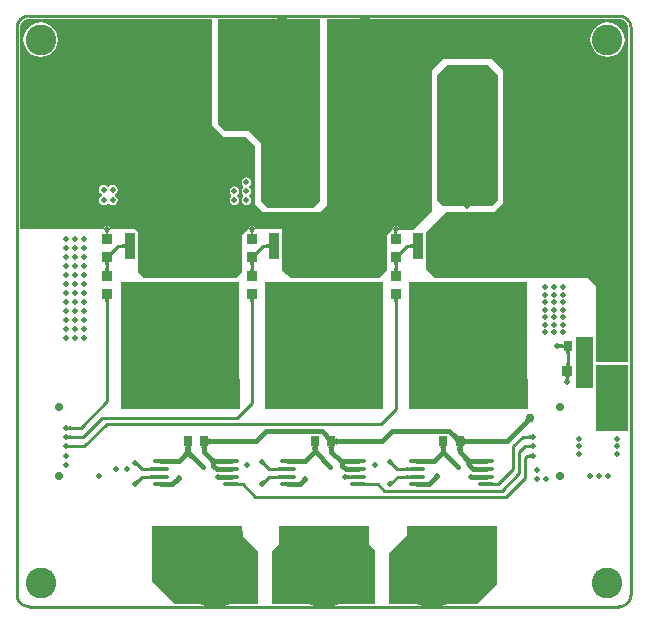
<source format=gbl>
G04*
G04 #@! TF.GenerationSoftware,Altium Limited,Altium Designer,22.0.2 (36)*
G04*
G04 Layer_Physical_Order=4*
G04 Layer_Color=16711680*
%FSLAX24Y24*%
%MOIN*%
G70*
G04*
G04 #@! TF.SameCoordinates,22A08989-F282-469C-B082-2707E795951A*
G04*
G04*
G04 #@! TF.FilePolarity,Positive*
G04*
G01*
G75*
%ADD14C,0.0100*%
%ADD32C,0.0300*%
%ADD37R,0.0318X0.0340*%
%ADD38R,0.0354X0.0866*%
%ADD39R,0.0315X0.0866*%
%ADD40R,0.3181X0.0315*%
%ADD41R,0.3937X0.3346*%
%ADD42R,0.0585X0.0680*%
%ADD43R,0.0340X0.0318*%
%ADD45C,0.0150*%
%ADD46C,0.0080*%
%ADD47C,0.0220*%
%ADD48C,0.2362*%
%ADD49C,0.1024*%
%ADD50C,0.0591*%
%ADD51C,0.0200*%
%ADD52C,0.0276*%
%ADD53O,0.0572X0.0139*%
%ADD54R,0.0315X0.0354*%
G36*
X16044Y17700D02*
Y13550D01*
X15844Y13350D01*
X14194Y13350D01*
X13994Y13550D01*
X13994Y17700D01*
X14344Y18050D01*
X15694D01*
X16044Y17700D01*
D02*
G37*
G36*
X10100Y13506D02*
X9894Y13300D01*
X8350Y13300D01*
X8144Y13506D01*
Y15450D01*
X7744Y15850D01*
X6944D01*
X6694Y16100D01*
X6694Y19583D01*
X10100D01*
X10100Y13506D01*
D02*
G37*
G36*
X20107Y19583D02*
X20164Y19572D01*
X20217Y19550D01*
X20265Y19518D01*
X20305Y19477D01*
X20337Y19430D01*
X20359Y19376D01*
X20370Y19320D01*
X20370Y19291D01*
X20370Y8150D01*
X19294D01*
Y10700D01*
X19044Y10950D01*
X13944D01*
X13644Y11250D01*
Y12500D01*
X14294Y13150D01*
X15894Y13150D01*
X16194Y13450D01*
Y17900D01*
X15844Y18250D01*
X14200Y18250D01*
X13844Y17894D01*
Y13194D01*
X13200Y12550D01*
X12754Y12550D01*
X12753Y12552D01*
X12744Y12575D01*
X12743Y12575D01*
X12742Y12576D01*
X12730Y12581D01*
Y12600D01*
X12722Y12639D01*
X12700Y12672D01*
X12667Y12694D01*
X12628Y12702D01*
X12589Y12694D01*
X12556Y12672D01*
X12534Y12639D01*
X12526Y12600D01*
Y12590D01*
X12518Y12578D01*
X12514Y12576D01*
X12513Y12575D01*
X12512Y12575D01*
X12505Y12558D01*
X12500Y12550D01*
X12350Y12400D01*
Y11206D01*
X12094Y10950D01*
X9119Y10950D01*
X8850Y11194D01*
Y12600D01*
X7938D01*
X7930Y12639D01*
X7908Y12672D01*
X7875Y12694D01*
X7836Y12702D01*
X7797Y12694D01*
X7764Y12672D01*
X7742Y12639D01*
X7734Y12600D01*
X7694D01*
X7494Y12400D01*
Y11150D01*
X7294Y10950D01*
X4227Y10950D01*
X4044Y11170D01*
Y12500D01*
X3944Y12600D01*
X3102D01*
X3094Y12639D01*
X3072Y12672D01*
X3039Y12694D01*
X3000Y12702D01*
X2961Y12694D01*
X2928Y12672D01*
X2906Y12639D01*
X2898Y12600D01*
X102D01*
Y19291D01*
Y19320D01*
X113Y19376D01*
X135Y19430D01*
X167Y19477D01*
X208Y19518D01*
X256Y19550D01*
X309Y19572D01*
X365Y19583D01*
X394Y19583D01*
X6500Y19583D01*
Y16050D01*
X6900Y15650D01*
X7650D01*
X7950Y15350D01*
Y13400D01*
X8200Y13150D01*
X10102D01*
X10350Y13398D01*
Y19583D01*
X20079Y19583D01*
X20107Y19583D01*
D02*
G37*
G36*
X12692Y12522D02*
X12687Y12516D01*
X12683Y12509D01*
X12679Y12502D01*
X12675Y12494D01*
X12673Y12486D01*
X12671Y12477D01*
X12669Y12468D01*
X12669Y12464D01*
X12670Y12455D01*
X12672Y12443D01*
X12674Y12432D01*
X12678Y12423D01*
X12682Y12416D01*
X12688Y12410D01*
X12694Y12406D01*
X12700Y12404D01*
X12708Y12403D01*
X12548D01*
X12556Y12404D01*
X12562Y12406D01*
X12568Y12410D01*
X12574Y12416D01*
X12578Y12423D01*
X12582Y12432D01*
X12584Y12443D01*
X12586Y12455D01*
X12587Y12464D01*
X12587Y12468D01*
X12585Y12477D01*
X12583Y12486D01*
X12580Y12494D01*
X12577Y12502D01*
X12573Y12509D01*
X12569Y12516D01*
X12564Y12522D01*
X12558Y12529D01*
X12698D01*
X12692Y12522D01*
D02*
G37*
G36*
X7900D02*
X7895Y12516D01*
X7891Y12509D01*
X7887Y12502D01*
X7883Y12494D01*
X7881Y12486D01*
X7879Y12477D01*
X7877Y12468D01*
X7877Y12464D01*
X7877Y12455D01*
X7879Y12443D01*
X7882Y12432D01*
X7886Y12423D01*
X7890Y12416D01*
X7895Y12410D01*
X7901Y12406D01*
X7908Y12404D01*
X7916Y12403D01*
X7756D01*
X7763Y12404D01*
X7770Y12406D01*
X7776Y12410D01*
X7781Y12416D01*
X7786Y12423D01*
X7789Y12432D01*
X7792Y12443D01*
X7794Y12455D01*
X7795Y12464D01*
X7795Y12468D01*
X7793Y12477D01*
X7791Y12486D01*
X7788Y12494D01*
X7785Y12502D01*
X7781Y12509D01*
X7777Y12516D01*
X7772Y12522D01*
X7766Y12529D01*
X7906D01*
X7900Y12522D01*
D02*
G37*
G36*
X3064D02*
X3059Y12516D01*
X3055Y12509D01*
X3051Y12502D01*
X3047Y12494D01*
X3045Y12486D01*
X3043Y12477D01*
X3041Y12468D01*
X3041Y12464D01*
X3042Y12455D01*
X3044Y12443D01*
X3046Y12432D01*
X3050Y12423D01*
X3054Y12416D01*
X3060Y12410D01*
X3066Y12406D01*
X3072Y12404D01*
X3080Y12403D01*
X2920D01*
X2928Y12404D01*
X2934Y12406D01*
X2940Y12410D01*
X2946Y12416D01*
X2950Y12423D01*
X2954Y12432D01*
X2956Y12443D01*
X2958Y12455D01*
X2959Y12464D01*
X2959Y12468D01*
X2957Y12477D01*
X2955Y12486D01*
X2952Y12494D01*
X2949Y12502D01*
X2945Y12509D01*
X2941Y12516D01*
X2936Y12522D01*
X2930Y12529D01*
X3070D01*
X3064Y12522D01*
D02*
G37*
G36*
X13206Y11924D02*
X13205Y11933D01*
X13202Y11942D01*
X13196Y11949D01*
X13189Y11956D01*
X13180Y11961D01*
X13169Y11966D01*
X13156Y11969D01*
X13141Y11972D01*
X13124Y11974D01*
X13104Y11974D01*
Y12074D01*
X13124Y12075D01*
X13141Y12076D01*
X13156Y12078D01*
X13169Y12082D01*
X13180Y12086D01*
X13189Y12092D01*
X13196Y12098D01*
X13202Y12106D01*
X13205Y12114D01*
X13206Y12124D01*
Y11924D01*
D02*
G37*
G36*
X8395D02*
X8394Y11933D01*
X8391Y11942D01*
X8386Y11949D01*
X8379Y11956D01*
X8370Y11961D01*
X8359Y11966D01*
X8345Y11969D01*
X8330Y11972D01*
X8313Y11974D01*
X8294Y11974D01*
Y12074D01*
X8313Y12075D01*
X8330Y12076D01*
X8345Y12078D01*
X8359Y12082D01*
X8370Y12086D01*
X8379Y12092D01*
X8386Y12098D01*
X8391Y12106D01*
X8394Y12114D01*
X8395Y12124D01*
Y11924D01*
D02*
G37*
G36*
X3606D02*
X3605Y11933D01*
X3601Y11942D01*
X3596Y11949D01*
X3589Y11956D01*
X3580Y11961D01*
X3569Y11966D01*
X3556Y11969D01*
X3541Y11972D01*
X3524Y11974D01*
X3504Y11974D01*
Y12074D01*
X3524Y12075D01*
X3541Y12076D01*
X3556Y12078D01*
X3569Y12082D01*
X3580Y12086D01*
X3589Y12092D01*
X3596Y12098D01*
X3601Y12106D01*
X3605Y12114D01*
X3606Y12124D01*
Y11924D01*
D02*
G37*
G36*
X12868Y11811D02*
X12848Y11790D01*
X12816Y11753D01*
X12805Y11737D01*
X12796Y11722D01*
X12790Y11709D01*
X12788Y11697D01*
X12787Y11686D01*
X12790Y11677D01*
X12796Y11670D01*
X12655Y11810D01*
X12663Y11804D01*
X12672Y11802D01*
X12683Y11802D01*
X12695Y11805D01*
X12708Y11810D01*
X12723Y11819D01*
X12739Y11830D01*
X12757Y11845D01*
X12797Y11882D01*
X12868Y11811D01*
D02*
G37*
G36*
X8075D02*
X8055Y11790D01*
X8024Y11753D01*
X8013Y11737D01*
X8004Y11722D01*
X7998Y11709D01*
X7995Y11697D01*
X7995Y11686D01*
X7998Y11677D01*
X8004Y11670D01*
X7863Y11810D01*
X7871Y11804D01*
X7880Y11802D01*
X7891Y11802D01*
X7903Y11805D01*
X7916Y11810D01*
X7931Y11819D01*
X7947Y11830D01*
X7965Y11845D01*
X8005Y11882D01*
X8075Y11811D01*
D02*
G37*
G36*
X3240D02*
X3220Y11790D01*
X3188Y11753D01*
X3177Y11737D01*
X3168Y11722D01*
X3162Y11709D01*
X3160Y11697D01*
X3159Y11686D01*
X3162Y11677D01*
X3168Y11670D01*
X3027Y11810D01*
X3035Y11804D01*
X3044Y11802D01*
X3055Y11802D01*
X3067Y11805D01*
X3080Y11810D01*
X3095Y11819D01*
X3111Y11830D01*
X3129Y11845D01*
X3169Y11882D01*
X3240Y11811D01*
D02*
G37*
G36*
X12718Y11496D02*
X12710Y11493D01*
X12702Y11488D01*
X12696Y11481D01*
X12690Y11472D01*
X12686Y11461D01*
X12682Y11447D01*
X12680Y11432D01*
X12678Y11415D01*
X12678Y11396D01*
X12578D01*
X12577Y11415D01*
X12576Y11432D01*
X12573Y11447D01*
X12570Y11461D01*
X12565Y11472D01*
X12560Y11481D01*
X12553Y11488D01*
X12546Y11493D01*
X12537Y11496D01*
X12528Y11497D01*
X12728D01*
X12718Y11496D01*
D02*
G37*
G36*
X7926D02*
X7918Y11493D01*
X7910Y11488D01*
X7904Y11481D01*
X7898Y11472D01*
X7894Y11461D01*
X7890Y11447D01*
X7888Y11432D01*
X7886Y11415D01*
X7886Y11396D01*
X7786D01*
X7785Y11415D01*
X7784Y11432D01*
X7781Y11447D01*
X7778Y11461D01*
X7773Y11472D01*
X7768Y11481D01*
X7761Y11488D01*
X7754Y11493D01*
X7745Y11496D01*
X7736Y11497D01*
X7936D01*
X7926Y11496D01*
D02*
G37*
G36*
X3084D02*
X3076Y11493D01*
X3068Y11488D01*
X3062Y11481D01*
X3056Y11472D01*
X3052Y11461D01*
X3048Y11447D01*
X3046Y11432D01*
X3044Y11415D01*
X3044Y11396D01*
X2944D01*
X2943Y11415D01*
X2942Y11432D01*
X2939Y11447D01*
X2936Y11461D01*
X2931Y11472D01*
X2926Y11481D01*
X2919Y11488D01*
X2912Y11493D01*
X2903Y11496D01*
X2894Y11497D01*
X3094D01*
X3084Y11496D01*
D02*
G37*
G36*
X12678Y11254D02*
X12680Y11237D01*
X12682Y11221D01*
X12686Y11208D01*
X12690Y11197D01*
X12696Y11188D01*
X12702Y11181D01*
X12710Y11176D01*
X12718Y11173D01*
X12728Y11172D01*
X12528D01*
X12537Y11173D01*
X12546Y11176D01*
X12553Y11181D01*
X12560Y11188D01*
X12565Y11197D01*
X12570Y11208D01*
X12573Y11221D01*
X12576Y11237D01*
X12577Y11254D01*
X12578Y11273D01*
X12678D01*
X12678Y11254D01*
D02*
G37*
G36*
X7886D02*
X7888Y11237D01*
X7890Y11221D01*
X7894Y11208D01*
X7898Y11197D01*
X7904Y11188D01*
X7910Y11181D01*
X7918Y11176D01*
X7926Y11173D01*
X7936Y11172D01*
X7736D01*
X7745Y11173D01*
X7754Y11176D01*
X7761Y11181D01*
X7768Y11188D01*
X7773Y11197D01*
X7778Y11208D01*
X7781Y11221D01*
X7784Y11237D01*
X7785Y11254D01*
X7786Y11273D01*
X7886D01*
X7886Y11254D01*
D02*
G37*
G36*
X3044D02*
X3046Y11237D01*
X3048Y11221D01*
X3052Y11208D01*
X3056Y11197D01*
X3062Y11188D01*
X3068Y11181D01*
X3076Y11176D01*
X3084Y11173D01*
X3094Y11172D01*
X2894D01*
X2903Y11173D01*
X2912Y11176D01*
X2919Y11181D01*
X2926Y11188D01*
X2931Y11197D01*
X2936Y11208D01*
X2939Y11221D01*
X2942Y11237D01*
X2943Y11254D01*
X2944Y11273D01*
X3044D01*
X3044Y11254D01*
D02*
G37*
G36*
X12718Y10265D02*
X12710Y10262D01*
X12702Y10257D01*
X12696Y10250D01*
X12690Y10241D01*
X12686Y10230D01*
X12682Y10216D01*
X12680Y10201D01*
X12678Y10184D01*
X12678Y10165D01*
X12578D01*
X12577Y10184D01*
X12576Y10201D01*
X12573Y10216D01*
X12570Y10230D01*
X12565Y10241D01*
X12560Y10250D01*
X12553Y10257D01*
X12546Y10262D01*
X12537Y10265D01*
X12528Y10266D01*
X12728D01*
X12718Y10265D01*
D02*
G37*
G36*
X7926D02*
X7918Y10262D01*
X7910Y10257D01*
X7904Y10250D01*
X7898Y10241D01*
X7894Y10230D01*
X7890Y10216D01*
X7888Y10201D01*
X7886Y10184D01*
X7886Y10165D01*
X7786D01*
X7785Y10184D01*
X7784Y10201D01*
X7781Y10216D01*
X7778Y10230D01*
X7773Y10241D01*
X7768Y10250D01*
X7761Y10257D01*
X7754Y10262D01*
X7745Y10265D01*
X7736Y10266D01*
X7936D01*
X7926Y10265D01*
D02*
G37*
G36*
X3090D02*
X3082Y10262D01*
X3074Y10257D01*
X3068Y10250D01*
X3063Y10241D01*
X3058Y10230D01*
X3054Y10216D01*
X3052Y10201D01*
X3050Y10184D01*
X3050Y10165D01*
X2950D01*
X2950Y10184D01*
X2948Y10201D01*
X2946Y10216D01*
X2942Y10230D01*
X2937Y10241D01*
X2932Y10250D01*
X2925Y10257D01*
X2918Y10262D01*
X2910Y10265D01*
X2900Y10266D01*
X3100D01*
X3090Y10265D01*
D02*
G37*
G36*
X18207Y8594D02*
X18206Y8603D01*
X18203Y8612D01*
X18198Y8619D01*
X18191Y8626D01*
X18182Y8631D01*
X18170Y8636D01*
X18157Y8639D01*
X18142Y8642D01*
X18128Y8643D01*
X18116Y8642D01*
X18108Y8640D01*
X18100Y8639D01*
X18093Y8637D01*
X18086Y8634D01*
X18081Y8631D01*
X18076Y8627D01*
X18071Y8624D01*
Y8764D01*
X18076Y8760D01*
X18081Y8756D01*
X18086Y8753D01*
X18093Y8751D01*
X18100Y8749D01*
X18108Y8747D01*
X18116Y8745D01*
X18126Y8745D01*
X18128Y8744D01*
X18142Y8746D01*
X18157Y8748D01*
X18170Y8752D01*
X18182Y8756D01*
X18191Y8762D01*
X18198Y8768D01*
X18203Y8776D01*
X18206Y8784D01*
X18207Y8794D01*
Y8594D01*
D02*
G37*
G36*
X18453Y8523D02*
X18444Y8520D01*
X18436Y8515D01*
X18430Y8508D01*
X18425Y8499D01*
X18420Y8488D01*
X18417Y8475D01*
X18414Y8460D01*
X18412Y8443D01*
X18412Y8424D01*
X18312D01*
X18312Y8443D01*
X18310Y8460D01*
X18307Y8475D01*
X18304Y8488D01*
X18299Y8499D01*
X18294Y8508D01*
X18288Y8515D01*
X18280Y8520D01*
X18271Y8523D01*
X18262Y8524D01*
X18462D01*
X18453Y8523D01*
D02*
G37*
G36*
X18412Y8100D02*
X18414Y8083D01*
X18417Y8068D01*
X18420Y8055D01*
X18425Y8044D01*
X18430Y8035D01*
X18436Y8028D01*
X18444Y8023D01*
X18453Y8020D01*
X18462Y8019D01*
X18262D01*
X18271Y8020D01*
X18280Y8023D01*
X18288Y8028D01*
X18294Y8035D01*
X18299Y8044D01*
X18304Y8055D01*
X18307Y8068D01*
X18310Y8083D01*
X18312Y8100D01*
X18312Y8119D01*
X18412D01*
X18412Y8100D01*
D02*
G37*
G36*
X18441Y7681D02*
X18432Y7678D01*
X18425Y7673D01*
X18418Y7666D01*
X18412Y7657D01*
X18408Y7646D01*
X18405Y7633D01*
X18402Y7618D01*
X18402Y7616D01*
X18403Y7608D01*
X18405Y7600D01*
X18407Y7593D01*
X18410Y7586D01*
X18413Y7581D01*
X18416Y7576D01*
X18420Y7571D01*
X18280D01*
X18284Y7576D01*
X18287Y7581D01*
X18290Y7586D01*
X18293Y7593D01*
X18295Y7600D01*
X18297Y7608D01*
X18298Y7616D01*
X18298Y7618D01*
X18296Y7633D01*
X18292Y7646D01*
X18288Y7657D01*
X18282Y7666D01*
X18276Y7673D01*
X18268Y7678D01*
X18260Y7681D01*
X18250Y7682D01*
X18450D01*
X18441Y7681D01*
D02*
G37*
G36*
X19194Y7300D02*
X18644D01*
Y8980D01*
X19194D01*
Y7300D01*
D02*
G37*
G36*
X17025Y6600D02*
X13083D01*
Y7600D01*
X17025D01*
Y6600D01*
D02*
G37*
G36*
X12207D02*
X8264D01*
Y7600D01*
X12207D01*
Y6600D01*
D02*
G37*
G36*
X7420D02*
X3478D01*
Y7600D01*
X7420D01*
Y6600D01*
D02*
G37*
G36*
X17098Y6136D02*
X17090Y6135D01*
X17081Y6134D01*
X17072Y6131D01*
X17062Y6127D01*
X17052Y6121D01*
X17042Y6115D01*
X17031Y6107D01*
X17020Y6099D01*
X16998Y6077D01*
X16891Y6183D01*
X16903Y6195D01*
X16921Y6217D01*
X16929Y6228D01*
X16936Y6238D01*
X16941Y6248D01*
X16945Y6258D01*
X16948Y6267D01*
X16949Y6276D01*
X16950Y6284D01*
X17098Y6136D01*
D02*
G37*
G36*
X1726Y6037D02*
X1731Y6034D01*
X1736Y6031D01*
X1743Y6028D01*
X1750Y6026D01*
X1758Y6024D01*
X1766Y6023D01*
X1776Y6022D01*
X1797Y6021D01*
Y5921D01*
X1786Y5921D01*
X1766Y5919D01*
X1758Y5918D01*
X1750Y5916D01*
X1743Y5914D01*
X1736Y5911D01*
X1731Y5908D01*
X1726Y5905D01*
X1721Y5901D01*
Y6041D01*
X1726Y6037D01*
D02*
G37*
G36*
X20370Y5850D02*
X19294D01*
Y8050D01*
X20370D01*
Y5850D01*
D02*
G37*
G36*
X17129Y5586D02*
X17124Y5590D01*
X17119Y5593D01*
X17114Y5596D01*
X17107Y5599D01*
X17100Y5601D01*
X17092Y5603D01*
X17084Y5604D01*
X17074Y5605D01*
X17053Y5606D01*
Y5706D01*
X17064Y5706D01*
X17084Y5708D01*
X17092Y5709D01*
X17100Y5711D01*
X17107Y5713D01*
X17114Y5716D01*
X17119Y5719D01*
X17124Y5722D01*
X17129Y5726D01*
Y5586D01*
D02*
G37*
G36*
X1726Y5722D02*
X1731Y5719D01*
X1736Y5716D01*
X1743Y5713D01*
X1750Y5711D01*
X1758Y5709D01*
X1766Y5708D01*
X1776Y5707D01*
X1797Y5706D01*
Y5606D01*
X1786Y5606D01*
X1766Y5604D01*
X1758Y5603D01*
X1750Y5601D01*
X1743Y5599D01*
X1736Y5596D01*
X1731Y5593D01*
X1726Y5590D01*
X1721Y5586D01*
Y5726D01*
X1726Y5722D01*
D02*
G37*
G36*
X10357Y5761D02*
X10413Y5714D01*
X10437Y5697D01*
X10459Y5684D01*
X10479Y5675D01*
X10497Y5671D01*
X10513Y5671D01*
X10527Y5675D01*
X10538Y5683D01*
X10328Y5472D01*
X10336Y5484D01*
X10340Y5498D01*
X10340Y5513D01*
X10336Y5531D01*
X10327Y5552D01*
X10314Y5574D01*
X10297Y5598D01*
X10276Y5625D01*
X10220Y5684D01*
X10326Y5791D01*
X10357Y5761D01*
D02*
G37*
G36*
X14615Y5760D02*
X14671Y5712D01*
X14696Y5694D01*
X14718Y5681D01*
X14738Y5673D01*
X14756Y5669D01*
X14771Y5669D01*
X14784Y5674D01*
X14795Y5683D01*
X14604Y5453D01*
X14611Y5465D01*
X14615Y5479D01*
X14614Y5496D01*
X14610Y5514D01*
X14601Y5534D01*
X14588Y5557D01*
X14571Y5581D01*
X14550Y5607D01*
X14497Y5665D01*
X14583Y5791D01*
X14615Y5760D01*
D02*
G37*
G36*
X14916Y5644D02*
X14920Y5631D01*
X14928Y5620D01*
X14938Y5610D01*
X14952Y5602D01*
X14969Y5595D01*
X14988Y5590D01*
X15011Y5587D01*
X15037Y5584D01*
X15065Y5584D01*
Y5433D01*
X15037Y5433D01*
X15011Y5430D01*
X14988Y5427D01*
X14969Y5422D01*
X14952Y5415D01*
X14938Y5407D01*
X14928Y5397D01*
X14920Y5386D01*
X14916Y5373D01*
X14914Y5358D01*
Y5659D01*
X14916Y5644D01*
D02*
G37*
G36*
X10639D02*
X10644Y5631D01*
X10651Y5620D01*
X10662Y5610D01*
X10676Y5602D01*
X10692Y5595D01*
X10712Y5590D01*
X10734Y5587D01*
X10760Y5584D01*
X10789Y5584D01*
Y5433D01*
X10760Y5433D01*
X10734Y5430D01*
X10712Y5427D01*
X10692Y5422D01*
X10676Y5415D01*
X10662Y5407D01*
X10651Y5397D01*
X10644Y5386D01*
X10639Y5373D01*
X10638Y5358D01*
Y5659D01*
X10639Y5644D01*
D02*
G37*
G36*
X6403D02*
X6407Y5631D01*
X6415Y5620D01*
X6425Y5610D01*
X6439Y5602D01*
X6455Y5595D01*
X6475Y5590D01*
X6498Y5587D01*
X6524Y5584D01*
X6552Y5584D01*
Y5433D01*
X6524Y5433D01*
X6498Y5430D01*
X6475Y5427D01*
X6455Y5422D01*
X6439Y5415D01*
X6425Y5407D01*
X6415Y5397D01*
X6407Y5386D01*
X6403Y5373D01*
X6401Y5358D01*
Y5659D01*
X6403Y5644D01*
D02*
G37*
G36*
X17129Y5271D02*
X17124Y5275D01*
X17119Y5278D01*
X17114Y5281D01*
X17107Y5284D01*
X17100Y5286D01*
X17092Y5288D01*
X17084Y5289D01*
X17074Y5290D01*
X17053Y5291D01*
Y5391D01*
X17064Y5391D01*
X17084Y5393D01*
X17092Y5394D01*
X17100Y5396D01*
X17107Y5398D01*
X17114Y5401D01*
X17119Y5404D01*
X17124Y5407D01*
X17129Y5411D01*
Y5271D01*
D02*
G37*
G36*
X1726Y5407D02*
X1731Y5404D01*
X1736Y5401D01*
X1743Y5398D01*
X1750Y5396D01*
X1758Y5394D01*
X1766Y5393D01*
X1776Y5392D01*
X1797Y5391D01*
Y5291D01*
X1786Y5291D01*
X1766Y5289D01*
X1758Y5288D01*
X1750Y5286D01*
X1743Y5284D01*
X1736Y5281D01*
X1731Y5278D01*
X1726Y5275D01*
X1721Y5271D01*
Y5411D01*
X1726Y5407D01*
D02*
G37*
G36*
X14895Y5331D02*
X14882Y5327D01*
X14871Y5319D01*
X14861Y5309D01*
X14853Y5295D01*
X14846Y5279D01*
X14841Y5259D01*
X14837Y5237D01*
X14835Y5211D01*
X14834Y5183D01*
X14684D01*
X14683Y5211D01*
X14681Y5237D01*
X14677Y5259D01*
X14672Y5279D01*
X14665Y5295D01*
X14657Y5309D01*
X14647Y5319D01*
X14636Y5327D01*
X14623Y5331D01*
X14609Y5333D01*
X14909D01*
X14895Y5331D01*
D02*
G37*
G36*
X14345D02*
X14332Y5327D01*
X14321Y5319D01*
X14311Y5309D01*
X14303Y5295D01*
X14296Y5279D01*
X14291Y5259D01*
X14287Y5237D01*
X14285Y5211D01*
X14284Y5183D01*
X14134D01*
X14133Y5211D01*
X14131Y5237D01*
X14127Y5259D01*
X14122Y5279D01*
X14115Y5295D01*
X14107Y5309D01*
X14097Y5319D01*
X14086Y5327D01*
X14073Y5331D01*
X14059Y5333D01*
X14359D01*
X14345Y5331D01*
D02*
G37*
G36*
X10618D02*
X10606Y5327D01*
X10594Y5319D01*
X10585Y5309D01*
X10576Y5295D01*
X10570Y5279D01*
X10564Y5259D01*
X10561Y5237D01*
X10558Y5211D01*
X10558Y5183D01*
X10408D01*
X10407Y5211D01*
X10405Y5237D01*
X10401Y5259D01*
X10396Y5279D01*
X10389Y5295D01*
X10381Y5309D01*
X10371Y5319D01*
X10360Y5327D01*
X10347Y5331D01*
X10333Y5333D01*
X10633D01*
X10618Y5331D01*
D02*
G37*
G36*
X10067D02*
X10054Y5327D01*
X10043Y5319D01*
X10033Y5309D01*
X10025Y5295D01*
X10018Y5279D01*
X10013Y5259D01*
X10009Y5237D01*
X10007Y5211D01*
X10006Y5183D01*
X9856D01*
X9856Y5211D01*
X9853Y5237D01*
X9850Y5259D01*
X9844Y5279D01*
X9838Y5295D01*
X9829Y5309D01*
X9820Y5319D01*
X9808Y5327D01*
X9796Y5331D01*
X9781Y5333D01*
X10081D01*
X10067Y5331D01*
D02*
G37*
G36*
X6382D02*
X6369Y5327D01*
X6358Y5319D01*
X6348Y5309D01*
X6340Y5295D01*
X6333Y5279D01*
X6328Y5259D01*
X6324Y5237D01*
X6322Y5211D01*
X6321Y5183D01*
X6171D01*
X6170Y5211D01*
X6168Y5237D01*
X6164Y5259D01*
X6159Y5279D01*
X6152Y5295D01*
X6144Y5309D01*
X6134Y5319D01*
X6123Y5327D01*
X6110Y5331D01*
X6096Y5333D01*
X6396D01*
X6382Y5331D01*
D02*
G37*
G36*
X17129Y4956D02*
X17124Y4960D01*
X17119Y4963D01*
X17114Y4966D01*
X17107Y4969D01*
X17100Y4971D01*
X17092Y4973D01*
X17084Y4974D01*
X17074Y4975D01*
X17053Y4976D01*
Y5076D01*
X17064Y5076D01*
X17084Y5078D01*
X17092Y5079D01*
X17100Y5081D01*
X17107Y5083D01*
X17114Y5086D01*
X17119Y5089D01*
X17124Y5092D01*
X17129Y5096D01*
Y4956D01*
D02*
G37*
G36*
X5831Y5331D02*
X5818Y5327D01*
X5807Y5319D01*
X5797Y5309D01*
X5789Y5295D01*
X5782Y5279D01*
X5777Y5259D01*
X5776Y5257D01*
X5779Y5240D01*
X5787Y5213D01*
X5796Y5187D01*
X5808Y5162D01*
X5822Y5137D01*
X5838Y5114D01*
X5856Y5091D01*
X5876Y5070D01*
X5801Y4933D01*
X5780Y4952D01*
X5758Y4967D01*
X5737Y4977D01*
X5716Y4984D01*
X5695Y4986D01*
X5674Y4984D01*
X5652Y4977D01*
X5631Y4967D01*
X5610Y4952D01*
X5589Y4933D01*
X5514Y5070D01*
X5534Y5091D01*
X5552Y5114D01*
X5568Y5137D01*
X5582Y5162D01*
X5593Y5187D01*
X5603Y5213D01*
X5610Y5240D01*
X5613Y5257D01*
X5613Y5259D01*
X5608Y5279D01*
X5601Y5295D01*
X5593Y5309D01*
X5583Y5319D01*
X5572Y5327D01*
X5559Y5331D01*
X5545Y5333D01*
X5845D01*
X5831Y5331D01*
D02*
G37*
G36*
X15001Y5007D02*
X15023Y4989D01*
X15047Y4973D01*
X15071Y4959D01*
X15096Y4947D01*
X15122Y4938D01*
X15149Y4930D01*
X15177Y4925D01*
X15206Y4922D01*
X15235Y4921D01*
X15279Y4771D01*
X15251Y4770D01*
X15203Y4768D01*
X15183Y4765D01*
X15167Y4762D01*
X15153Y4759D01*
X15143Y4755D01*
X15135Y4750D01*
X15131Y4744D01*
X15129Y4738D01*
X14979D01*
X14978Y4754D01*
X14975Y4770D01*
X14970Y4787D01*
X14962Y4804D01*
X14953Y4822D01*
X14941Y4841D01*
X14927Y4860D01*
X14893Y4900D01*
X14873Y4921D01*
X14979Y5027D01*
X15001Y5007D01*
D02*
G37*
G36*
X6493D02*
X6515Y4989D01*
X6539Y4973D01*
X6563Y4959D01*
X6588Y4947D01*
X6614Y4938D01*
X6641Y4930D01*
X6669Y4925D01*
X6698Y4922D01*
X6727Y4921D01*
X6771Y4771D01*
X6743Y4770D01*
X6717Y4768D01*
X6695Y4765D01*
X6675Y4760D01*
X6659Y4754D01*
X6645Y4747D01*
X6635Y4738D01*
X6627Y4728D01*
X6623Y4716D01*
X6621Y4704D01*
X6471D01*
X6470Y4726D01*
X6467Y4748D01*
X6462Y4770D01*
X6454Y4792D01*
X6445Y4813D01*
X6433Y4835D01*
X6419Y4857D01*
X6403Y4878D01*
X6385Y4899D01*
X6365Y4921D01*
X6471Y5027D01*
X6493Y5007D01*
D02*
G37*
G36*
X12541Y4821D02*
X12542Y4815D01*
X12544Y4809D01*
X12547Y4802D01*
X12551Y4796D01*
X12555Y4789D01*
X12560Y4782D01*
X12566Y4775D01*
X12580Y4759D01*
X12509Y4689D01*
X12502Y4696D01*
X12487Y4709D01*
X12480Y4714D01*
X12473Y4718D01*
X12466Y4721D01*
X12460Y4724D01*
X12454Y4726D01*
X12448Y4727D01*
X12442Y4728D01*
X12541Y4827D01*
X12541Y4821D01*
D02*
G37*
G36*
X8265D02*
X8266Y4815D01*
X8268Y4809D01*
X8271Y4802D01*
X8274Y4796D01*
X8278Y4789D01*
X8284Y4782D01*
X8289Y4775D01*
X8304Y4759D01*
X8233Y4689D01*
X8225Y4696D01*
X8210Y4709D01*
X8203Y4714D01*
X8196Y4718D01*
X8190Y4721D01*
X8183Y4724D01*
X8177Y4726D01*
X8171Y4727D01*
X8166Y4728D01*
X8265Y4827D01*
X8265Y4821D01*
D02*
G37*
G36*
X4040Y4802D02*
X4041Y4796D01*
X4043Y4790D01*
X4046Y4784D01*
X4050Y4777D01*
X4054Y4771D01*
X4059Y4764D01*
X4072Y4749D01*
X4080Y4741D01*
X4013Y4667D01*
X4005Y4674D01*
X3990Y4687D01*
X3983Y4692D01*
X3976Y4696D01*
X3969Y4699D01*
X3963Y4702D01*
X3957Y4703D01*
X3951Y4704D01*
X3945Y4704D01*
X4039Y4808D01*
X4040Y4802D01*
D02*
G37*
G36*
X13085Y4525D02*
X13080Y4528D01*
X13073Y4531D01*
X13065Y4533D01*
X13055Y4535D01*
X13031Y4538D01*
X13000Y4539D01*
X12963Y4540D01*
Y4640D01*
X12982Y4640D01*
X13055Y4645D01*
X13065Y4647D01*
X13073Y4649D01*
X13080Y4651D01*
X13085Y4654D01*
Y4525D01*
D02*
G37*
G36*
X8808D02*
X8803Y4528D01*
X8796Y4531D01*
X8788Y4533D01*
X8778Y4535D01*
X8754Y4538D01*
X8724Y4539D01*
X8687Y4540D01*
Y4640D01*
X8706Y4640D01*
X8778Y4645D01*
X8788Y4647D01*
X8796Y4649D01*
X8803Y4651D01*
X8808Y4654D01*
Y4525D01*
D02*
G37*
G36*
X4572D02*
X4566Y4528D01*
X4560Y4531D01*
X4552Y4533D01*
X4542Y4535D01*
X4518Y4538D01*
X4487Y4539D01*
X4450Y4540D01*
Y4640D01*
X4469Y4640D01*
X4542Y4645D01*
X4552Y4647D01*
X4560Y4649D01*
X4566Y4651D01*
X4572Y4654D01*
Y4525D01*
D02*
G37*
G36*
X13085Y4270D02*
X13080Y4272D01*
X13073Y4275D01*
X13065Y4277D01*
X13055Y4279D01*
X13031Y4282D01*
X13000Y4283D01*
X12963Y4284D01*
Y4384D01*
X12982Y4384D01*
X13055Y4389D01*
X13065Y4391D01*
X13073Y4393D01*
X13080Y4396D01*
X13085Y4398D01*
Y4270D01*
D02*
G37*
G36*
X11026Y4400D02*
X11031Y4397D01*
X11036Y4394D01*
X11043Y4391D01*
X11050Y4389D01*
X11057Y4387D01*
X11083Y4389D01*
X11093Y4391D01*
X11101Y4393D01*
X11108Y4396D01*
X11113Y4398D01*
Y4270D01*
X11108Y4272D01*
X11101Y4275D01*
X11093Y4277D01*
X11083Y4279D01*
X11062Y4281D01*
X11058Y4281D01*
X11050Y4279D01*
X11043Y4277D01*
X11036Y4274D01*
X11031Y4271D01*
X11026Y4268D01*
X11021Y4264D01*
Y4283D01*
X10992Y4284D01*
Y4384D01*
X11011Y4384D01*
X11021Y4385D01*
Y4404D01*
X11026Y4400D01*
D02*
G37*
G36*
X8808Y4270D02*
X8803Y4272D01*
X8796Y4275D01*
X8788Y4277D01*
X8778Y4279D01*
X8754Y4282D01*
X8724Y4283D01*
X8687Y4284D01*
Y4384D01*
X8706Y4384D01*
X8778Y4389D01*
X8788Y4391D01*
X8796Y4393D01*
X8803Y4396D01*
X8808Y4398D01*
Y4270D01*
D02*
G37*
G36*
X4572D02*
X4566Y4272D01*
X4560Y4275D01*
X4552Y4277D01*
X4542Y4279D01*
X4518Y4282D01*
X4487Y4283D01*
X4450Y4284D01*
Y4384D01*
X4469Y4384D01*
X4542Y4389D01*
X4552Y4391D01*
X4560Y4393D01*
X4566Y4396D01*
X4572Y4398D01*
Y4270D01*
D02*
G37*
G36*
X4080Y4160D02*
X4073Y4152D01*
X4060Y4137D01*
X4055Y4130D01*
X4050Y4123D01*
X4047Y4117D01*
X4044Y4111D01*
X4041Y4105D01*
X4040Y4099D01*
X4039Y4093D01*
X3948Y4200D01*
X3954Y4200D01*
X3960Y4200D01*
X3966Y4202D01*
X3972Y4204D01*
X3979Y4208D01*
X3986Y4212D01*
X3993Y4217D01*
X4000Y4222D01*
X4016Y4236D01*
X4080Y4160D01*
D02*
G37*
G36*
X8307Y4152D02*
X8299Y4144D01*
X8281Y4122D01*
X8276Y4116D01*
X8272Y4109D01*
X8269Y4103D01*
X8266Y4098D01*
X8265Y4092D01*
X8264Y4087D01*
X8179Y4199D01*
X8185Y4198D01*
X8191Y4199D01*
X8198Y4200D01*
X8204Y4202D01*
X8211Y4205D01*
X8218Y4209D01*
X8225Y4214D01*
X8232Y4220D01*
X8240Y4226D01*
X8247Y4234D01*
X8307Y4152D01*
D02*
G37*
G36*
X12580Y4149D02*
X12573Y4141D01*
X12560Y4126D01*
X12555Y4119D01*
X12551Y4112D01*
X12547Y4106D01*
X12544Y4099D01*
X12542Y4093D01*
X12541Y4087D01*
X12541Y4081D01*
X12442Y4180D01*
X12448Y4181D01*
X12454Y4182D01*
X12460Y4184D01*
X12466Y4186D01*
X12473Y4190D01*
X12480Y4194D01*
X12487Y4199D01*
X12494Y4205D01*
X12509Y4219D01*
X12580Y4149D01*
D02*
G37*
G36*
X15881Y4140D02*
X15888Y4137D01*
X15896Y4135D01*
X15906Y4133D01*
X15930Y4130D01*
X15961Y4128D01*
X15998Y4128D01*
Y4028D01*
X15978Y4028D01*
X15906Y4023D01*
X15896Y4021D01*
X15888Y4019D01*
X15881Y4016D01*
X15876Y4014D01*
Y4142D01*
X15881Y4140D01*
D02*
G37*
G36*
X11605D02*
X11611Y4137D01*
X11620Y4135D01*
X11629Y4133D01*
X11654Y4130D01*
X11684Y4128D01*
X11721Y4128D01*
Y4028D01*
X11702Y4028D01*
X11629Y4023D01*
X11620Y4021D01*
X11611Y4019D01*
X11605Y4016D01*
X11600Y4014D01*
Y4142D01*
X11605Y4140D01*
D02*
G37*
G36*
X7368D02*
X7375Y4137D01*
X7383Y4135D01*
X7393Y4133D01*
X7417Y4130D01*
X7448Y4128D01*
X7485Y4128D01*
Y4028D01*
X7465Y4028D01*
X7393Y4023D01*
X7383Y4021D01*
X7375Y4019D01*
X7368Y4016D01*
X7363Y4014D01*
Y4142D01*
X7368Y4140D01*
D02*
G37*
G36*
X16000Y750D02*
X15352Y102D01*
X12400D01*
Y1800D01*
X13000Y2400D01*
Y2700D01*
X16000D01*
Y750D01*
D02*
G37*
G36*
X11728Y2072D02*
X11950Y1850D01*
Y102D01*
X8500D01*
Y1850D01*
X8738Y2088D01*
Y2700D01*
X11728D01*
Y2072D01*
D02*
G37*
G36*
X7533Y2367D02*
X8050Y1850D01*
Y102D01*
X5248D01*
X4500Y850D01*
Y2700D01*
X7514D01*
X7533Y2367D01*
D02*
G37*
%LPC*%
G36*
X19685Y19474D02*
X19536Y19455D01*
X19397Y19397D01*
X19277Y19305D01*
X19186Y19186D01*
X19128Y19047D01*
X19108Y18898D01*
X19128Y18748D01*
X19186Y18609D01*
X19277Y18490D01*
X19397Y18398D01*
X19536Y18341D01*
X19685Y18321D01*
X19834Y18341D01*
X19973Y18398D01*
X20093Y18490D01*
X20185Y18609D01*
X20242Y18748D01*
X20262Y18898D01*
X20242Y19047D01*
X20185Y19186D01*
X20093Y19305D01*
X19973Y19397D01*
X19834Y19455D01*
X19685Y19474D01*
D02*
G37*
G36*
X787D02*
X638Y19455D01*
X499Y19397D01*
X380Y19305D01*
X288Y19186D01*
X230Y19047D01*
X211Y18898D01*
X230Y18748D01*
X288Y18609D01*
X380Y18490D01*
X499Y18398D01*
X638Y18341D01*
X787Y18321D01*
X937Y18341D01*
X1076Y18398D01*
X1195Y18490D01*
X1287Y18609D01*
X1345Y18748D01*
X1364Y18898D01*
X1345Y19047D01*
X1287Y19186D01*
X1195Y19305D01*
X1076Y19397D01*
X937Y19455D01*
X787Y19474D01*
D02*
G37*
G36*
X3200Y14063D02*
X3138Y14051D01*
X3085Y14015D01*
X3075Y14001D01*
X3025D01*
X3015Y14015D01*
X2962Y14051D01*
X2900Y14063D01*
X2838Y14051D01*
X2785Y14015D01*
X2749Y13962D01*
X2737Y13900D01*
X2749Y13838D01*
X2785Y13785D01*
X2835Y13751D01*
X2838Y13730D01*
Y13720D01*
X2835Y13699D01*
X2785Y13665D01*
X2749Y13612D01*
X2737Y13550D01*
X2749Y13488D01*
X2785Y13435D01*
X2838Y13399D01*
X2900Y13387D01*
X2962Y13399D01*
X3015Y13435D01*
X3025Y13449D01*
X3075D01*
X3085Y13435D01*
X3138Y13399D01*
X3200Y13387D01*
X3262Y13399D01*
X3315Y13435D01*
X3351Y13488D01*
X3363Y13550D01*
X3351Y13612D01*
X3315Y13665D01*
X3265Y13699D01*
X3262Y13720D01*
Y13730D01*
X3265Y13751D01*
X3315Y13785D01*
X3351Y13838D01*
X3363Y13900D01*
X3351Y13962D01*
X3315Y14015D01*
X3262Y14051D01*
X3200Y14063D01*
D02*
G37*
G36*
X7650Y14313D02*
X7588Y14301D01*
X7535Y14265D01*
X7499Y14212D01*
X7487Y14150D01*
X7499Y14088D01*
X7535Y14035D01*
X7549Y14025D01*
Y13975D01*
X7535Y13965D01*
X7499Y13912D01*
X7487Y13850D01*
X7499Y13788D01*
X7535Y13735D01*
X7549Y13725D01*
Y13675D01*
X7535Y13665D01*
X7499Y13612D01*
X7487Y13550D01*
X7499Y13488D01*
X7535Y13435D01*
X7588Y13399D01*
X7650Y13387D01*
X7712Y13399D01*
X7765Y13435D01*
X7801Y13488D01*
X7813Y13550D01*
X7801Y13612D01*
X7765Y13665D01*
X7751Y13675D01*
Y13725D01*
X7765Y13735D01*
X7801Y13788D01*
X7813Y13850D01*
X7801Y13912D01*
X7765Y13965D01*
X7751Y13975D01*
Y14025D01*
X7765Y14035D01*
X7801Y14088D01*
X7813Y14150D01*
X7801Y14212D01*
X7765Y14265D01*
X7712Y14301D01*
X7650Y14313D01*
D02*
G37*
G36*
X7250Y14013D02*
X7188Y14001D01*
X7135Y13965D01*
X7099Y13912D01*
X7087Y13850D01*
X7099Y13788D01*
X7135Y13735D01*
X7149Y13725D01*
Y13675D01*
X7135Y13665D01*
X7099Y13612D01*
X7087Y13550D01*
X7099Y13488D01*
X7135Y13435D01*
X7188Y13399D01*
X7250Y13387D01*
X7312Y13399D01*
X7365Y13435D01*
X7401Y13488D01*
X7413Y13550D01*
X7401Y13612D01*
X7365Y13665D01*
X7351Y13675D01*
Y13725D01*
X7365Y13735D01*
X7401Y13788D01*
X7413Y13850D01*
X7401Y13912D01*
X7365Y13965D01*
X7312Y14001D01*
X7250Y14013D01*
D02*
G37*
%LPD*%
D14*
X3943Y4807D02*
X4160Y4590D01*
X4815D01*
X3977Y4127D02*
X4184Y4334D01*
X4815D01*
X7350Y6300D02*
X7836Y6786D01*
X2850Y6300D02*
X7350D01*
X2206Y5656D02*
X2850Y6300D01*
X2241Y5341D02*
X3000Y6100D01*
X12150D01*
X12628Y6578D01*
Y10422D01*
X7836Y6786D02*
Y10422D01*
X18000Y8694D02*
X18356D01*
X18362Y8700D01*
Y7865D02*
Y8700D01*
X18347Y7850D02*
X18362Y7865D01*
X18347Y7850D02*
X18350Y7847D01*
Y7500D02*
Y7847D01*
X10950Y4334D02*
X11356D01*
X8184Y4100D02*
X8418Y4334D01*
X8165Y4100D02*
X8184D01*
X8418Y4334D02*
X9052D01*
X12679Y4590D02*
X13328D01*
X12441Y4828D02*
X12679Y4590D01*
X16750Y5150D02*
X16941Y5341D01*
X17200D01*
X16750Y4450D02*
Y5150D01*
X16950Y4300D02*
Y4967D01*
X16300Y3650D02*
X16950Y4300D01*
X7950Y3650D02*
X16300D01*
X17009Y5026D02*
X17200D01*
X16950Y4967D02*
X17009Y5026D01*
X7522Y4078D02*
X7950Y3650D01*
X7120Y4078D02*
X7522D01*
X12022D02*
X12230Y3870D01*
X11356Y4078D02*
X12022D01*
X12230Y3870D02*
X16170D01*
X16750Y4450D01*
X16028Y4078D02*
X16550Y4600D01*
Y5350D02*
X16856Y5656D01*
X16550Y4600D02*
Y5350D01*
X12441Y4080D02*
X12695Y4334D01*
X16856Y5656D02*
X17200D01*
X15633Y4078D02*
X16028D01*
X12695Y4334D02*
X13328D01*
X8165Y4828D02*
X8402Y4590D01*
X9052D01*
X12639Y11653D02*
X13010Y12024D01*
X13380D01*
X12628Y11015D02*
Y11653D01*
X7836Y11015D02*
Y11653D01*
X8218Y12024D02*
X8570D01*
X7847Y11653D02*
X8218Y12024D01*
X3382D02*
X3780D01*
X3011Y11653D02*
X3382Y12024D01*
X2994Y11015D02*
Y11647D01*
X1650Y5341D02*
X2241D01*
X1650Y5656D02*
X2206D01*
X1650Y5971D02*
X2121D01*
X3000Y6850D02*
Y10416D01*
X2121Y5971D02*
X3000Y6850D01*
X20079Y0D02*
G03*
X20472Y394I0J394D01*
G01*
Y19291D02*
G03*
X20079Y19685I-394J0D01*
G01*
X394D02*
G03*
X0Y19291I0J-394D01*
G01*
Y394D02*
G03*
X394Y0I394J0D01*
G01*
Y19685D02*
X20079D01*
X394Y0D02*
X20079D01*
X0Y394D02*
Y19291D01*
X20472Y394D02*
Y19291D01*
D32*
X17100Y6286D02*
D03*
D37*
X18940Y7850D02*
D03*
X18347D02*
D03*
D38*
X8570Y12024D02*
D03*
X11896D02*
D03*
X7107D02*
D03*
X3780D02*
D03*
X16707D02*
D03*
X13380D02*
D03*
D39*
X9052D02*
D03*
X9524D02*
D03*
X9997D02*
D03*
X10469D02*
D03*
X10942D02*
D03*
X11414D02*
D03*
X6625D02*
D03*
X6152D02*
D03*
X5680D02*
D03*
X5207D02*
D03*
X4735D02*
D03*
X4263D02*
D03*
X16225D02*
D03*
X15752D02*
D03*
X15280D02*
D03*
X14808D02*
D03*
X14335D02*
D03*
X13863D02*
D03*
D40*
X10485Y11748D02*
D03*
X5696D02*
D03*
X15296D02*
D03*
D41*
X10233Y9150D02*
D03*
X5444D02*
D03*
X15044D02*
D03*
D42*
X7171Y17450D02*
D03*
X5917D02*
D03*
X9595Y17150D02*
D03*
X10849D02*
D03*
Y14829D02*
D03*
X9595D02*
D03*
Y16250D02*
D03*
X10849D02*
D03*
X5917Y18350D02*
D03*
X7171D02*
D03*
X16671Y15625D02*
D03*
X15417D02*
D03*
X16671Y17450D02*
D03*
X15417D02*
D03*
X16671Y13850D02*
D03*
X15417D02*
D03*
X13317Y15650D02*
D03*
X14571D02*
D03*
X16671Y14750D02*
D03*
X15417D02*
D03*
X13317D02*
D03*
X14571D02*
D03*
X16671Y16550D02*
D03*
X15417D02*
D03*
X13317D02*
D03*
X14571D02*
D03*
X13317Y17450D02*
D03*
X14571D02*
D03*
X13317Y13850D02*
D03*
X14571D02*
D03*
X5917Y16550D02*
D03*
X7171D02*
D03*
X9595Y13950D02*
D03*
X10849D02*
D03*
D43*
X12628Y11653D02*
D03*
Y12247D02*
D03*
X7836Y11653D02*
D03*
Y12247D02*
D03*
X3000Y11653D02*
D03*
Y12247D02*
D03*
X2994Y11015D02*
D03*
Y10422D02*
D03*
X19594Y7853D02*
D03*
Y8447D02*
D03*
X12628Y10422D02*
D03*
Y11015D02*
D03*
X7836Y10422D02*
D03*
Y11015D02*
D03*
D45*
X5386Y4300D02*
X5400D01*
X5170Y4083D02*
X5386Y4300D01*
X5695Y5145D02*
X6190Y4650D01*
X6200D01*
X15197Y4595D02*
X15627D01*
X15054Y4738D02*
X15197Y4595D01*
X15054Y4738D02*
Y4846D01*
X15627Y4595D02*
X15633Y4590D01*
X15150Y4334D02*
X15633D01*
X6660Y4590D02*
X7120D01*
X6546Y4704D02*
X6660Y4590D01*
X6546Y4704D02*
Y4846D01*
X10850Y4700D02*
X10960Y4590D01*
X11356D01*
X10850Y4800D02*
X10896Y4846D01*
X11356D01*
X10804D02*
X10896D01*
X10850Y4700D02*
Y4800D01*
X6700Y4334D02*
X7120D01*
X4815Y4078D02*
X4820Y4083D01*
X5170D01*
X9419D02*
X9586Y4251D01*
X9057Y4083D02*
X9419D01*
X9586Y4251D02*
X9600D01*
X13333Y4083D02*
X13733D01*
X14000Y4350D01*
X13328Y4078D02*
X13333Y4083D01*
X9052Y4078D02*
X9057Y4083D01*
X14209Y5162D02*
X14700Y4671D01*
X15054Y4846D02*
X15633D01*
X14759Y5141D02*
Y5508D01*
Y5141D02*
X15054Y4846D01*
X14209Y5159D02*
Y5507D01*
X13896Y4846D02*
X14209Y5159D01*
X13328Y4846D02*
X13896D01*
X9931Y5190D02*
X10450Y4671D01*
X12156Y5506D02*
X12500Y5850D01*
X10483Y5508D02*
Y5528D01*
Y5167D02*
Y5508D01*
X12154D01*
X12156Y5506D01*
X7958Y5508D02*
X8300Y5850D01*
X6246Y5508D02*
X7958D01*
X10483Y5167D02*
X10804Y4846D01*
X9931Y5181D02*
Y5508D01*
X9052Y4846D02*
X9596D01*
X9931Y5181D01*
X5396Y4846D02*
X5695Y5145D01*
X4815Y4846D02*
X5396D01*
X5695Y5145D02*
Y5508D01*
X14759D02*
X16323D01*
X17100Y6286D01*
X6246Y5146D02*
X6546Y4846D01*
X7120D01*
X6246Y5146D02*
Y5508D01*
X12500Y5850D02*
X14418D01*
X8300D02*
X10161D01*
X14418D02*
X14657Y5611D01*
X10161Y5850D02*
X10483Y5528D01*
X14677Y5611D02*
X14759Y5528D01*
X14657Y5611D02*
X14677D01*
X14759Y5508D02*
Y5528D01*
D46*
X12628Y12247D02*
Y12600D01*
X7836Y12247D02*
Y12600D01*
X3000Y12247D02*
Y12600D01*
X12628Y11653D02*
X12639D01*
X7836D02*
X7847D01*
X3000D02*
X3011D01*
X2994Y11647D02*
X3000Y11653D01*
X2994Y10422D02*
X3000Y10416D01*
D47*
X8850Y19050D02*
D03*
X8426Y18874D02*
D03*
X8250Y18450D02*
D03*
X8426Y18026D02*
D03*
X8850Y17850D02*
D03*
X9274Y18026D02*
D03*
X9450Y18450D02*
D03*
X9274Y18874D02*
D03*
X10224Y1750D02*
D03*
X9800Y1574D02*
D03*
X9624Y1150D02*
D03*
X9800Y726D02*
D03*
X10224Y550D02*
D03*
X10649Y726D02*
D03*
X10824Y1150D02*
D03*
X10649Y1574D02*
D03*
X6600Y1750D02*
D03*
X6176Y1574D02*
D03*
X6000Y1150D02*
D03*
X6176Y726D02*
D03*
X6600Y550D02*
D03*
X7024Y726D02*
D03*
X7200Y1150D02*
D03*
X7024Y1574D02*
D03*
X14274D02*
D03*
X14450Y1150D02*
D03*
X14274Y726D02*
D03*
X13850Y550D02*
D03*
X13426Y726D02*
D03*
X13250Y1150D02*
D03*
X13426Y1574D02*
D03*
X13850Y1750D02*
D03*
X12024Y18874D02*
D03*
X12200Y18450D02*
D03*
X12024Y18026D02*
D03*
X11600Y17850D02*
D03*
X11176Y18026D02*
D03*
X11000Y18450D02*
D03*
X11176Y18874D02*
D03*
X11600Y19050D02*
D03*
D48*
X8850Y18450D02*
D03*
X10224Y1150D02*
D03*
X6600D02*
D03*
X13850D02*
D03*
X11600Y18450D02*
D03*
D49*
X19685Y18898D02*
D03*
Y787D02*
D03*
X787Y18898D02*
D03*
Y787D02*
D03*
D50*
X9238Y15450D02*
D03*
X11206D02*
D03*
D51*
X3939Y4804D02*
D03*
X5400Y4300D02*
D03*
X6200Y4650D02*
D03*
X3939Y4100D02*
D03*
X17599Y13843D02*
D03*
Y14143D02*
D03*
Y14443D02*
D03*
Y14743D02*
D03*
Y15043D02*
D03*
Y15343D02*
D03*
Y15643D02*
D03*
Y15943D02*
D03*
Y16243D02*
D03*
Y16543D02*
D03*
Y16843D02*
D03*
Y17143D02*
D03*
Y17443D02*
D03*
Y17743D02*
D03*
Y18093D02*
D03*
X4750Y19050D02*
D03*
Y18700D02*
D03*
Y18350D02*
D03*
Y18000D02*
D03*
Y17650D02*
D03*
Y17300D02*
D03*
Y16950D02*
D03*
Y16600D02*
D03*
Y16250D02*
D03*
X18200Y11600D02*
D03*
X17900D02*
D03*
X17600D02*
D03*
X17300D02*
D03*
Y11300D02*
D03*
X18200D02*
D03*
X17900D02*
D03*
X17600D02*
D03*
X18200Y10650D02*
D03*
Y10400D02*
D03*
Y10150D02*
D03*
Y9900D02*
D03*
Y9650D02*
D03*
Y9400D02*
D03*
Y9150D02*
D03*
X17900Y10650D02*
D03*
Y10400D02*
D03*
Y10150D02*
D03*
Y9900D02*
D03*
Y9650D02*
D03*
Y9400D02*
D03*
Y9150D02*
D03*
X17600D02*
D03*
Y9400D02*
D03*
Y9650D02*
D03*
Y9900D02*
D03*
Y10150D02*
D03*
Y10400D02*
D03*
Y10650D02*
D03*
X2250Y10167D02*
D03*
Y9867D02*
D03*
Y9567D02*
D03*
Y9267D02*
D03*
Y8967D02*
D03*
X1950D02*
D03*
Y9267D02*
D03*
Y9567D02*
D03*
Y9867D02*
D03*
Y10167D02*
D03*
X2250Y10467D02*
D03*
X1950D02*
D03*
X1650D02*
D03*
Y10167D02*
D03*
Y9867D02*
D03*
Y9567D02*
D03*
Y9267D02*
D03*
Y8967D02*
D03*
X1650Y10750D02*
D03*
Y11050D02*
D03*
Y11350D02*
D03*
Y11650D02*
D03*
Y11950D02*
D03*
Y12250D02*
D03*
X1950D02*
D03*
X2250D02*
D03*
X1950Y11950D02*
D03*
Y11650D02*
D03*
Y11350D02*
D03*
Y11050D02*
D03*
Y10750D02*
D03*
X2250D02*
D03*
Y11050D02*
D03*
Y11350D02*
D03*
Y11650D02*
D03*
Y11950D02*
D03*
X2900Y13900D02*
D03*
Y13550D02*
D03*
Y15200D02*
D03*
Y14800D02*
D03*
X19800Y6650D02*
D03*
X19450D02*
D03*
X20000Y6300D02*
D03*
Y6050D02*
D03*
X19450Y7350D02*
D03*
X19750D02*
D03*
X20050D02*
D03*
Y7600D02*
D03*
Y7850D02*
D03*
X15000Y13350D02*
D03*
X3550Y15900D02*
D03*
X3950D02*
D03*
X4350D02*
D03*
X4750D02*
D03*
X3200Y15600D02*
D03*
Y15200D02*
D03*
Y14800D02*
D03*
X3550Y15600D02*
D03*
X3950D02*
D03*
X4350D02*
D03*
X4750D02*
D03*
X5150D02*
D03*
X5650D02*
D03*
X6600D02*
D03*
X6150D02*
D03*
X5150Y15900D02*
D03*
X5650D02*
D03*
X6150D02*
D03*
X5150Y16250D02*
D03*
Y16600D02*
D03*
Y16950D02*
D03*
Y17300D02*
D03*
Y17650D02*
D03*
Y18000D02*
D03*
Y18350D02*
D03*
Y18700D02*
D03*
Y19050D02*
D03*
X5500D02*
D03*
X5850D02*
D03*
X6200D02*
D03*
X3200Y13900D02*
D03*
Y13550D02*
D03*
X7650Y14150D02*
D03*
Y13850D02*
D03*
Y13550D02*
D03*
X7250Y13850D02*
D03*
Y13550D02*
D03*
X8600D02*
D03*
X9000D02*
D03*
X15000Y17650D02*
D03*
Y17250D02*
D03*
Y16750D02*
D03*
Y16300D02*
D03*
Y15750D02*
D03*
Y15350D02*
D03*
Y14850D02*
D03*
Y14300D02*
D03*
Y13800D02*
D03*
X16200Y18450D02*
D03*
X17250Y18100D02*
D03*
X16950D02*
D03*
X16650D02*
D03*
X16350D02*
D03*
X15900Y18450D02*
D03*
X15600D02*
D03*
X15300D02*
D03*
X15000D02*
D03*
X14700D02*
D03*
X14400D02*
D03*
X14100D02*
D03*
X13800D02*
D03*
X13500D02*
D03*
X13200D02*
D03*
X13700Y18100D02*
D03*
X13350D02*
D03*
X13050D02*
D03*
X17250Y17750D02*
D03*
Y17450D02*
D03*
Y17150D02*
D03*
Y16850D02*
D03*
Y16550D02*
D03*
Y16250D02*
D03*
Y15950D02*
D03*
Y15650D02*
D03*
Y15350D02*
D03*
Y15050D02*
D03*
Y14750D02*
D03*
Y14450D02*
D03*
Y14150D02*
D03*
Y13850D02*
D03*
X12700D02*
D03*
X12300D02*
D03*
X11900D02*
D03*
X11500D02*
D03*
X12700Y14150D02*
D03*
X12300D02*
D03*
X11900D02*
D03*
X11500D02*
D03*
X12700Y14450D02*
D03*
X12300D02*
D03*
X11900D02*
D03*
X11500D02*
D03*
X12700Y14750D02*
D03*
X12300D02*
D03*
X11500D02*
D03*
X11900D02*
D03*
X8600Y13850D02*
D03*
X9000D02*
D03*
X8600Y14150D02*
D03*
X9000D02*
D03*
X8600Y14450D02*
D03*
X9000D02*
D03*
X8600Y14750D02*
D03*
X9000D02*
D03*
X8400Y15050D02*
D03*
X8788D02*
D03*
X8200Y16100D02*
D03*
X8600Y15300D02*
D03*
X11700Y15000D02*
D03*
X12100D02*
D03*
X12500D02*
D03*
X11900Y15300D02*
D03*
X12700D02*
D03*
X12300D02*
D03*
X12700Y15600D02*
D03*
X12300D02*
D03*
X11900D02*
D03*
X12500Y15850D02*
D03*
X12100D02*
D03*
X11700D02*
D03*
X12700Y16100D02*
D03*
Y16400D02*
D03*
Y16700D02*
D03*
Y17000D02*
D03*
X12300D02*
D03*
Y16700D02*
D03*
Y16400D02*
D03*
Y16100D02*
D03*
X11900Y17000D02*
D03*
Y16700D02*
D03*
Y16400D02*
D03*
Y16100D02*
D03*
X11500D02*
D03*
Y16400D02*
D03*
Y16700D02*
D03*
Y17000D02*
D03*
X7800Y17350D02*
D03*
X8200Y15600D02*
D03*
X8000Y15850D02*
D03*
X7800Y17000D02*
D03*
Y16700D02*
D03*
Y16400D02*
D03*
Y16100D02*
D03*
X8600Y15600D02*
D03*
X8400Y15850D02*
D03*
X8200Y16400D02*
D03*
Y16700D02*
D03*
Y17000D02*
D03*
X8600D02*
D03*
Y16700D02*
D03*
Y16400D02*
D03*
Y16100D02*
D03*
X8800Y15850D02*
D03*
X9000Y16100D02*
D03*
Y16400D02*
D03*
Y16700D02*
D03*
Y17000D02*
D03*
X19700Y4350D02*
D03*
X19400D02*
D03*
X19100D02*
D03*
X17650Y4250D02*
D03*
X17350D02*
D03*
Y4550D02*
D03*
X20000Y5100D02*
D03*
Y5350D02*
D03*
Y5600D02*
D03*
X18750Y5100D02*
D03*
Y5350D02*
D03*
Y5600D02*
D03*
X19050Y7500D02*
D03*
X18800D02*
D03*
X19050Y8250D02*
D03*
X18800D02*
D03*
X14600Y2350D02*
D03*
X15650D02*
D03*
X15400D02*
D03*
X15100D02*
D03*
X14850D02*
D03*
X15050Y350D02*
D03*
X15400D02*
D03*
X15550Y550D02*
D03*
X15250D02*
D03*
X15700Y750D02*
D03*
X15400D02*
D03*
X15250Y950D02*
D03*
X15800D02*
D03*
X15550D02*
D03*
X15400Y1150D02*
D03*
X15650D02*
D03*
X15800Y1350D02*
D03*
X15550D02*
D03*
X15400Y1550D02*
D03*
X15650D02*
D03*
X15800Y1750D02*
D03*
X15250D02*
D03*
X15550D02*
D03*
X15650Y1950D02*
D03*
X15400D02*
D03*
X15100D02*
D03*
X15800Y2150D02*
D03*
X15550D02*
D03*
X15250D02*
D03*
X15000D02*
D03*
X14750D02*
D03*
X13200Y2350D02*
D03*
X13000Y2150D02*
D03*
X11050Y2350D02*
D03*
X11350D02*
D03*
X9400D02*
D03*
X9100D02*
D03*
X6050Y2400D02*
D03*
X5750D02*
D03*
X7250Y2350D02*
D03*
X5450Y2400D02*
D03*
X5150D02*
D03*
X4850D02*
D03*
X4700Y2200D02*
D03*
X7450D02*
D03*
X5600D02*
D03*
X5300D02*
D03*
X5000D02*
D03*
X12800Y2000D02*
D03*
X12650Y1800D02*
D03*
X12558Y860D02*
D03*
Y1090D02*
D03*
Y1550D02*
D03*
Y1320D02*
D03*
Y630D02*
D03*
Y400D02*
D03*
X11300Y350D02*
D03*
X11600D02*
D03*
X11450Y600D02*
D03*
X11750D02*
D03*
X11600Y800D02*
D03*
X11800Y950D02*
D03*
X11600Y1150D02*
D03*
X11800Y1350D02*
D03*
X11600Y1550D02*
D03*
X11800Y1750D02*
D03*
X11450D02*
D03*
X11650Y1950D02*
D03*
X11350D02*
D03*
X11500Y2150D02*
D03*
X11200D02*
D03*
X9100Y350D02*
D03*
X8800D02*
D03*
X8950Y550D02*
D03*
X8650D02*
D03*
X8800Y750D02*
D03*
X8650Y950D02*
D03*
X8800Y1150D02*
D03*
X8650Y1350D02*
D03*
X8800Y1550D02*
D03*
X8650Y1750D02*
D03*
X8950D02*
D03*
X8800Y1950D02*
D03*
X9100D02*
D03*
X8950Y2150D02*
D03*
X9250D02*
D03*
X7900Y400D02*
D03*
Y630D02*
D03*
Y1320D02*
D03*
Y1550D02*
D03*
Y1090D02*
D03*
Y860D02*
D03*
X7800Y1800D02*
D03*
X7650Y2000D02*
D03*
X5450Y400D02*
D03*
X5300Y600D02*
D03*
X5150Y400D02*
D03*
X5000Y600D02*
D03*
X4850Y800D02*
D03*
X5150D02*
D03*
X4700Y1000D02*
D03*
X5000D02*
D03*
X4850Y1200D02*
D03*
X5150D02*
D03*
X4700Y1400D02*
D03*
X5000D02*
D03*
X5150Y1600D02*
D03*
X4850D02*
D03*
X5300Y1800D02*
D03*
X5000D02*
D03*
X4700D02*
D03*
X4850Y2000D02*
D03*
X5150D02*
D03*
X5450D02*
D03*
X15150Y4334D02*
D03*
X18000Y8694D02*
D03*
X18350Y7500D02*
D03*
X6700Y4334D02*
D03*
X10950D02*
D03*
X9600Y4251D02*
D03*
X8165Y4100D02*
D03*
X11919Y4724D02*
D03*
X3300Y4600D02*
D03*
X3656Y4594D02*
D03*
X2750Y4350D02*
D03*
X7674Y4724D02*
D03*
X16500Y7100D02*
D03*
X11600Y6900D02*
D03*
X16400D02*
D03*
X16150D02*
D03*
X15900D02*
D03*
X15650D02*
D03*
X15400D02*
D03*
X15150D02*
D03*
X14900D02*
D03*
X14650D02*
D03*
X14400D02*
D03*
X16250Y7100D02*
D03*
X16000D02*
D03*
X15750D02*
D03*
X15500D02*
D03*
X15250D02*
D03*
X15000D02*
D03*
X14750D02*
D03*
X16400Y7300D02*
D03*
X16150D02*
D03*
X15900D02*
D03*
X15650D02*
D03*
X15400D02*
D03*
X15150D02*
D03*
X14900D02*
D03*
X14500Y7100D02*
D03*
X14400Y7300D02*
D03*
X14650D02*
D03*
X11350Y6900D02*
D03*
X11100D02*
D03*
X10850D02*
D03*
X10600D02*
D03*
X10350D02*
D03*
X10100D02*
D03*
X9850D02*
D03*
X9600D02*
D03*
X11450Y7100D02*
D03*
X11200D02*
D03*
X10950D02*
D03*
X10700D02*
D03*
X10450D02*
D03*
X10200D02*
D03*
X9950D02*
D03*
X9726Y7095D02*
D03*
X9600Y7300D02*
D03*
X11600D02*
D03*
X11350D02*
D03*
X11100D02*
D03*
X10850D02*
D03*
X10600D02*
D03*
X10350D02*
D03*
X10100D02*
D03*
X9850D02*
D03*
X1650Y4711D02*
D03*
Y5026D02*
D03*
X6900Y6900D02*
D03*
X6650D02*
D03*
X6400D02*
D03*
X6150D02*
D03*
X5900D02*
D03*
X5650D02*
D03*
X5400D02*
D03*
X5150D02*
D03*
X4900D02*
D03*
X7050Y7100D02*
D03*
X6800D02*
D03*
X6550D02*
D03*
X6300D02*
D03*
X6050D02*
D03*
X5800D02*
D03*
X5550D02*
D03*
X5300D02*
D03*
X5050D02*
D03*
X7150Y7300D02*
D03*
X6900D02*
D03*
X6650D02*
D03*
X6400D02*
D03*
X6150D02*
D03*
X5900D02*
D03*
X5650D02*
D03*
X5400D02*
D03*
X5150D02*
D03*
X4900D02*
D03*
X14000Y4350D02*
D03*
X10450Y4671D02*
D03*
X14700D02*
D03*
X12441Y4828D02*
D03*
X17200Y5026D02*
D03*
X12441Y4080D02*
D03*
X17200Y5341D02*
D03*
Y5656D02*
D03*
X8165Y4828D02*
D03*
X7836Y12600D02*
D03*
X12628D02*
D03*
X3000D02*
D03*
X1650Y5341D02*
D03*
Y5656D02*
D03*
Y5971D02*
D03*
D52*
X18102Y4357D02*
D03*
Y6640D02*
D03*
X1402D02*
D03*
Y4357D02*
D03*
D53*
X4815Y4078D02*
D03*
Y4334D02*
D03*
Y4590D02*
D03*
Y4846D02*
D03*
X7120Y4078D02*
D03*
Y4334D02*
D03*
Y4590D02*
D03*
Y4846D02*
D03*
X9052Y4078D02*
D03*
Y4334D02*
D03*
Y4590D02*
D03*
Y4846D02*
D03*
X11356Y4078D02*
D03*
Y4334D02*
D03*
Y4590D02*
D03*
Y4846D02*
D03*
X13328Y4078D02*
D03*
Y4334D02*
D03*
Y4590D02*
D03*
Y4846D02*
D03*
X15633Y4078D02*
D03*
Y4334D02*
D03*
Y4590D02*
D03*
Y4846D02*
D03*
D54*
X18913Y8700D02*
D03*
X18362D02*
D03*
X14759Y5508D02*
D03*
X14208D02*
D03*
X10483D02*
D03*
X9931D02*
D03*
X6246D02*
D03*
X5695D02*
D03*
M02*

</source>
